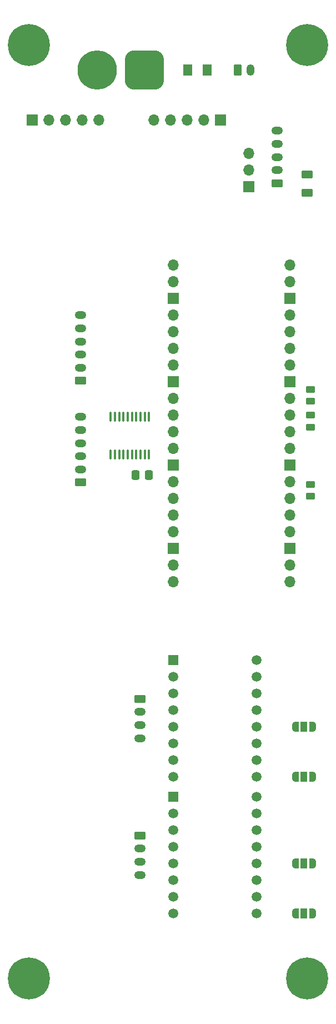
<source format=gbr>
%TF.GenerationSoftware,KiCad,Pcbnew,7.0.2*%
%TF.CreationDate,2023-06-22T18:12:30-04:00*%
%TF.ProjectId,ProtogenBackpackPCB,50726f74-6f67-4656-9e42-61636b706163,rev?*%
%TF.SameCoordinates,Original*%
%TF.FileFunction,Soldermask,Top*%
%TF.FilePolarity,Negative*%
%FSLAX46Y46*%
G04 Gerber Fmt 4.6, Leading zero omitted, Abs format (unit mm)*
G04 Created by KiCad (PCBNEW 7.0.2) date 2023-06-22 18:12:30*
%MOMM*%
%LPD*%
G01*
G04 APERTURE LIST*
G04 Aperture macros list*
%AMRoundRect*
0 Rectangle with rounded corners*
0 $1 Rounding radius*
0 $2 $3 $4 $5 $6 $7 $8 $9 X,Y pos of 4 corners*
0 Add a 4 corners polygon primitive as box body*
4,1,4,$2,$3,$4,$5,$6,$7,$8,$9,$2,$3,0*
0 Add four circle primitives for the rounded corners*
1,1,$1+$1,$2,$3*
1,1,$1+$1,$4,$5*
1,1,$1+$1,$6,$7*
1,1,$1+$1,$8,$9*
0 Add four rect primitives between the rounded corners*
20,1,$1+$1,$2,$3,$4,$5,0*
20,1,$1+$1,$4,$5,$6,$7,0*
20,1,$1+$1,$6,$7,$8,$9,0*
20,1,$1+$1,$8,$9,$2,$3,0*%
%AMFreePoly0*
4,1,19,0.550000,-0.750000,0.000000,-0.750000,0.000000,-0.744911,-0.071157,-0.744911,-0.207708,-0.704816,-0.327430,-0.627875,-0.420627,-0.520320,-0.479746,-0.390866,-0.500000,-0.250000,-0.500000,0.250000,-0.479746,0.390866,-0.420627,0.520320,-0.327430,0.627875,-0.207708,0.704816,-0.071157,0.744911,0.000000,0.744911,0.000000,0.750000,0.550000,0.750000,0.550000,-0.750000,0.550000,-0.750000,
$1*%
%AMFreePoly1*
4,1,19,0.000000,0.744911,0.071157,0.744911,0.207708,0.704816,0.327430,0.627875,0.420627,0.520320,0.479746,0.390866,0.500000,0.250000,0.500000,-0.250000,0.479746,-0.390866,0.420627,-0.520320,0.327430,-0.627875,0.207708,-0.704816,0.071157,-0.744911,0.000000,-0.744911,0.000000,-0.750000,-0.550000,-0.750000,-0.550000,0.750000,0.000000,0.750000,0.000000,0.744911,0.000000,0.744911,
$1*%
G04 Aperture macros list end*
%ADD10RoundRect,0.100000X-0.100000X0.637500X-0.100000X-0.637500X0.100000X-0.637500X0.100000X0.637500X0*%
%ADD11RoundRect,0.250000X0.337500X0.475000X-0.337500X0.475000X-0.337500X-0.475000X0.337500X-0.475000X0*%
%ADD12RoundRect,0.250001X0.462499X0.624999X-0.462499X0.624999X-0.462499X-0.624999X0.462499X-0.624999X0*%
%ADD13O,1.700000X1.700000*%
%ADD14R,1.700000X1.700000*%
%ADD15FreePoly0,0.000000*%
%ADD16R,1.000000X1.500000*%
%ADD17FreePoly1,0.000000*%
%ADD18C,0.800000*%
%ADD19C,6.400000*%
%ADD20RoundRect,0.250000X-0.350000X-0.625000X0.350000X-0.625000X0.350000X0.625000X-0.350000X0.625000X0*%
%ADD21O,1.200000X1.750000*%
%ADD22RoundRect,0.250000X0.625000X-0.350000X0.625000X0.350000X-0.625000X0.350000X-0.625000X-0.350000X0*%
%ADD23O,1.750000X1.200000*%
%ADD24RoundRect,1.500000X1.500000X1.500000X-1.500000X1.500000X-1.500000X-1.500000X1.500000X-1.500000X0*%
%ADD25C,6.000000*%
%ADD26RoundRect,0.250000X-0.450000X0.262500X-0.450000X-0.262500X0.450000X-0.262500X0.450000X0.262500X0*%
%ADD27R,1.508000X1.508000*%
%ADD28C,1.508000*%
%ADD29RoundRect,0.250000X0.625000X-0.375000X0.625000X0.375000X-0.625000X0.375000X-0.625000X-0.375000X0*%
%ADD30RoundRect,0.250000X-0.625000X0.350000X-0.625000X-0.350000X0.625000X-0.350000X0.625000X0.350000X0*%
%ADD31FreePoly0,180.000000*%
%ADD32FreePoly1,180.000000*%
G04 APERTURE END LIST*
D10*
%TO.C,U4*%
X136406000Y-91577000D03*
X135756000Y-91577000D03*
X135106000Y-91577000D03*
X134456000Y-91577000D03*
X133806000Y-91577000D03*
X133156000Y-91577000D03*
X132506000Y-91577000D03*
X131856000Y-91577000D03*
X131206000Y-91577000D03*
X130556000Y-91577000D03*
X130556000Y-85852000D03*
X131206000Y-85852000D03*
X131856000Y-85852000D03*
X132506000Y-85852000D03*
X133156000Y-85852000D03*
X133806000Y-85852000D03*
X134456000Y-85852000D03*
X135106000Y-85852000D03*
X135756000Y-85852000D03*
X136406000Y-85852000D03*
%TD*%
D11*
%TO.C,C1*%
X134323000Y-94742000D03*
X136398000Y-94742000D03*
%TD*%
D12*
%TO.C,F1*%
X145251500Y-33020000D03*
X142276500Y-33020000D03*
%TD*%
D13*
%TO.C,J2*%
X128778000Y-40640000D03*
X126238000Y-40640000D03*
X123698000Y-40640000D03*
X121158000Y-40640000D03*
D14*
X118618000Y-40640000D03*
%TD*%
%TO.C,J1*%
X147320000Y-40640000D03*
D13*
X144780000Y-40640000D03*
X142240000Y-40640000D03*
X139700000Y-40640000D03*
X137160000Y-40640000D03*
%TD*%
D15*
%TO.C,JP3*%
X158720000Y-140716000D03*
D16*
X160020000Y-140716000D03*
D17*
X161320000Y-140716000D03*
%TD*%
D18*
%TO.C,H2*%
X160528000Y-31610000D03*
X162928000Y-29210000D03*
X158830944Y-27512944D03*
X158830944Y-30907056D03*
X162225056Y-27512944D03*
X162225056Y-30907056D03*
D19*
X160528000Y-29210000D03*
D18*
X158128000Y-29210000D03*
X160528000Y-26810000D03*
%TD*%
D20*
%TO.C,SW1*%
X149892000Y-33020000D03*
D21*
X151892000Y-33020000D03*
%TD*%
D22*
%TO.C,J5*%
X125984000Y-80358000D03*
D23*
X125984000Y-78358000D03*
X125984000Y-76358000D03*
X125984000Y-74358000D03*
X125984000Y-72358000D03*
X125984000Y-70358000D03*
%TD*%
D24*
%TO.C,BT1*%
X135680000Y-33020000D03*
D25*
X128480000Y-33020000D03*
%TD*%
D26*
%TO.C,R2*%
X161036000Y-81637500D03*
X161036000Y-83462500D03*
%TD*%
D22*
%TO.C,J4*%
X125984000Y-95852000D03*
D23*
X125984000Y-93852000D03*
X125984000Y-91852000D03*
X125984000Y-89852000D03*
X125984000Y-87852000D03*
X125984000Y-85852000D03*
%TD*%
D27*
%TO.C,U3*%
X140079500Y-122936000D03*
D28*
X140079500Y-125476000D03*
X140079500Y-128016000D03*
X140079500Y-130556000D03*
X140079500Y-133096000D03*
X140079500Y-135636000D03*
X140079500Y-138176000D03*
X140079500Y-140716000D03*
X152779500Y-122936000D03*
X152779500Y-125476000D03*
X152779500Y-128016000D03*
X152779500Y-130556000D03*
X152779500Y-133096000D03*
X152779500Y-135636000D03*
X152779500Y-138176000D03*
X152779500Y-140716000D03*
%TD*%
D29*
%TO.C,D1*%
X160528000Y-48892000D03*
X160528000Y-51692000D03*
%TD*%
D18*
%TO.C,H4*%
X160528000Y-173850000D03*
X158830944Y-173147056D03*
X162225056Y-169752944D03*
X158830944Y-169752944D03*
X162225056Y-173147056D03*
X158128000Y-171450000D03*
X162928000Y-171450000D03*
X160528000Y-169050000D03*
D19*
X160528000Y-171450000D03*
%TD*%
D14*
%TO.C,J3*%
X151613000Y-50785000D03*
D13*
X151613000Y-48245000D03*
X151613000Y-45705000D03*
%TD*%
D18*
%TO.C,H3*%
X116412944Y-173147056D03*
X118110000Y-169050000D03*
D19*
X118110000Y-171450000D03*
D18*
X119807056Y-173147056D03*
X119807056Y-169752944D03*
X120510000Y-171450000D03*
X116412944Y-169752944D03*
X118110000Y-173850000D03*
X115710000Y-171450000D03*
%TD*%
D30*
%TO.C,M1*%
X135043000Y-149654000D03*
D23*
X135043000Y-151654000D03*
X135043000Y-153654000D03*
X135043000Y-155654000D03*
%TD*%
D26*
%TO.C,R3*%
X161036000Y-85598000D03*
X161036000Y-87423000D03*
%TD*%
D13*
%TO.C,U1*%
X157861000Y-62738000D03*
X157861000Y-65278000D03*
D14*
X157861000Y-67818000D03*
D13*
X157861000Y-70358000D03*
X157861000Y-72898000D03*
X157861000Y-75438000D03*
X157861000Y-77978000D03*
D14*
X157861000Y-80518000D03*
D13*
X157861000Y-83058000D03*
X157861000Y-85598000D03*
X157861000Y-88138000D03*
X157861000Y-90678000D03*
D14*
X157861000Y-93218000D03*
D13*
X157861000Y-95758000D03*
X157861000Y-98298000D03*
X157861000Y-100838000D03*
X157861000Y-103378000D03*
D14*
X157861000Y-105918000D03*
D13*
X157861000Y-108458000D03*
X157861000Y-110998000D03*
X140081000Y-110998000D03*
X140081000Y-108458000D03*
D14*
X140081000Y-105918000D03*
D13*
X140081000Y-103378000D03*
X140081000Y-100838000D03*
X140081000Y-98298000D03*
X140081000Y-95758000D03*
D14*
X140081000Y-93218000D03*
D13*
X140081000Y-90678000D03*
X140081000Y-88138000D03*
X140081000Y-85598000D03*
X140081000Y-83058000D03*
D14*
X140081000Y-80518000D03*
D13*
X140081000Y-77978000D03*
X140081000Y-75438000D03*
X140081000Y-72898000D03*
X140081000Y-70358000D03*
D14*
X140081000Y-67818000D03*
D13*
X140081000Y-65278000D03*
X140081000Y-62738000D03*
%TD*%
D30*
%TO.C,M2*%
X135043000Y-128826000D03*
D23*
X135043000Y-130826000D03*
X135043000Y-132826000D03*
X135043000Y-134826000D03*
%TD*%
D26*
%TO.C,R1*%
X161036000Y-96115500D03*
X161036000Y-97940500D03*
%TD*%
D15*
%TO.C,JP1*%
X158720000Y-161544000D03*
D16*
X160020000Y-161544000D03*
D17*
X161320000Y-161544000D03*
%TD*%
D22*
%TO.C,J6*%
X155956000Y-50260000D03*
D23*
X155956000Y-48260000D03*
X155956000Y-46260000D03*
X155956000Y-44260000D03*
X155956000Y-42260000D03*
%TD*%
D31*
%TO.C,JP4*%
X161320000Y-133096000D03*
D16*
X160020000Y-133096000D03*
D32*
X158720000Y-133096000D03*
%TD*%
D18*
%TO.C,H1*%
X118110000Y-26810000D03*
X116412944Y-30907056D03*
X119807056Y-30907056D03*
D19*
X118110000Y-29210000D03*
D18*
X115710000Y-29210000D03*
X116412944Y-27512944D03*
X119807056Y-27512944D03*
X120510000Y-29210000D03*
X118110000Y-31610000D03*
%TD*%
D31*
%TO.C,JP2*%
X161320000Y-153924000D03*
D16*
X160020000Y-153924000D03*
D32*
X158720000Y-153924000D03*
%TD*%
D27*
%TO.C,U2*%
X140081000Y-143764000D03*
D28*
X140081000Y-146304000D03*
X140081000Y-148844000D03*
X140081000Y-151384000D03*
X140081000Y-153924000D03*
X140081000Y-156464000D03*
X140081000Y-159004000D03*
X140081000Y-161544000D03*
X152781000Y-143764000D03*
X152781000Y-146304000D03*
X152781000Y-148844000D03*
X152781000Y-151384000D03*
X152781000Y-153924000D03*
X152781000Y-156464000D03*
X152781000Y-159004000D03*
X152781000Y-161544000D03*
%TD*%
M02*

</source>
